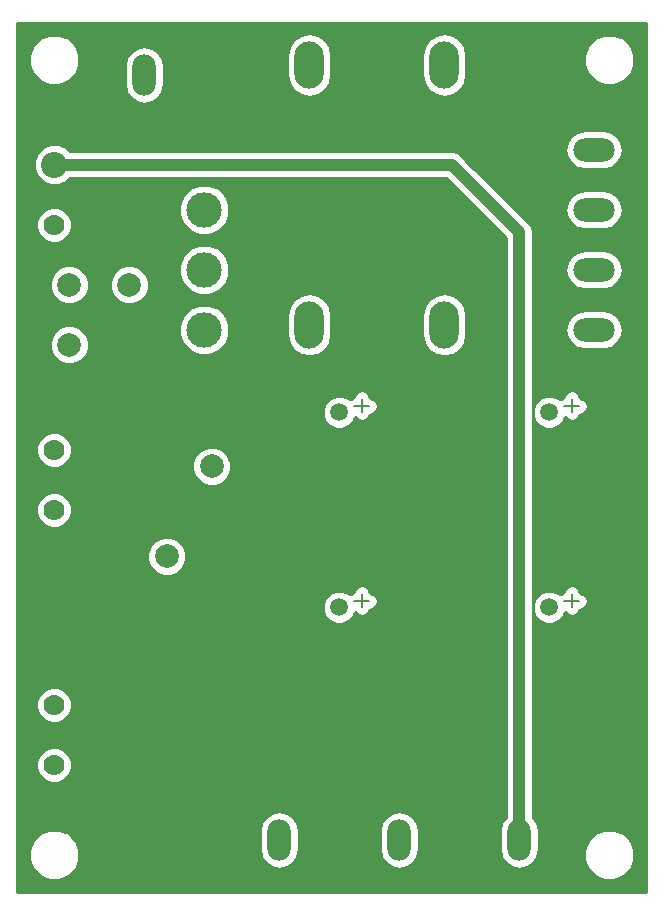
<source format=gbr>
G04 #@! TF.FileFunction,Copper,L1,Top,Signal*
%FSLAX46Y46*%
G04 Gerber Fmt 4.6, Leading zero omitted, Abs format (unit mm)*
G04 Created by KiCad (PCBNEW (after 2015-mar-04 BZR unknown)-product) date Wed 02 Nov 2016 01:14:15 AM CET*
%MOMM*%
G01*
G04 APERTURE LIST*
%ADD10C,0.100000*%
%ADD11C,0.150000*%
%ADD12C,0.970000*%
%ADD13C,1.778000*%
%ADD14R,1.778000X1.778000*%
%ADD15C,2.200000*%
%ADD16O,2.499360X4.000500*%
%ADD17O,3.500120X1.998980*%
%ADD18O,1.998980X3.500120*%
%ADD19C,1.998980*%
%ADD20C,1.501140*%
%ADD21C,3.000000*%
%ADD22C,2.000000*%
%ADD23C,1.000000*%
%ADD24C,0.254000*%
G04 APERTURE END LIST*
D10*
D11*
X58420000Y-43307000D02*
X57150000Y-43307000D01*
X57785000Y-42672000D02*
X57785000Y-43815000D01*
X58420000Y-59817000D02*
X57150000Y-59817000D01*
X57785000Y-59182000D02*
X57785000Y-60325000D01*
X40640000Y-43307000D02*
X39370000Y-43307000D01*
X40005000Y-42672000D02*
X40005000Y-43815000D01*
X40640000Y-59817000D02*
X39370000Y-59817000D01*
X40005000Y-59182000D02*
X40005000Y-60325000D01*
D12*
X23495000Y-26670000D03*
X23495000Y-24765000D03*
X28575000Y-50800000D03*
X30480000Y-50800000D03*
X32385000Y-50800000D03*
X34290000Y-50800000D03*
X35560000Y-49530000D03*
X36830000Y-48260000D03*
X38100000Y-46990000D03*
X39370000Y-45720000D03*
X25400000Y-53340000D03*
X27305000Y-53340000D03*
X29210000Y-53340000D03*
X31115000Y-53340000D03*
X41275000Y-62230000D03*
X43180000Y-62230000D03*
X45085000Y-62230000D03*
X46990000Y-62230000D03*
X46990000Y-58420000D03*
X45085000Y-58420000D03*
X43180000Y-58420000D03*
X41275000Y-58420000D03*
X51435000Y-66675000D03*
X50165000Y-67945000D03*
X48895000Y-69215000D03*
X47625000Y-70485000D03*
X39370000Y-76835000D03*
X37465000Y-76835000D03*
X41275000Y-73025000D03*
X39370000Y-73025000D03*
X37465000Y-73025000D03*
X24130000Y-79375000D03*
X22225000Y-79375000D03*
X20320000Y-79375000D03*
X18415000Y-79375000D03*
X27305000Y-74295000D03*
X25400000Y-74295000D03*
X28575000Y-70485000D03*
X26670000Y-70485000D03*
X13335000Y-62230000D03*
X13335000Y-64135000D03*
X13335000Y-66040000D03*
X13335000Y-66040000D03*
X13335000Y-64135000D03*
X13335000Y-62230000D03*
X13335000Y-62230000D03*
X13335000Y-64135000D03*
X13335000Y-66040000D03*
X13335000Y-66040000D03*
X13335000Y-64135000D03*
X13335000Y-62230000D03*
X13335000Y-60325000D03*
X13335000Y-58420000D03*
X11430000Y-56515000D03*
X13335000Y-56515000D03*
X13335000Y-54610000D03*
X11430000Y-54610000D03*
X11430000Y-52705000D03*
X11430000Y-50800000D03*
X11430000Y-48895000D03*
X11430000Y-46990000D03*
X24765000Y-59055000D03*
X31115000Y-59055000D03*
X22860000Y-59055000D03*
X29210000Y-59055000D03*
X27305000Y-59055000D03*
X23495000Y-41275000D03*
X22225000Y-39370000D03*
X24130000Y-39370000D03*
X45085000Y-24765000D03*
X43180000Y-24765000D03*
X41275000Y-24765000D03*
X39370000Y-24765000D03*
X37465000Y-24765000D03*
X35560000Y-24765000D03*
X33655000Y-24765000D03*
X31750000Y-24765000D03*
X11430000Y-27940000D03*
X11430000Y-22860000D03*
X11430000Y-25400000D03*
X19685000Y-26670000D03*
X21590000Y-26670000D03*
X21590000Y-24765000D03*
X19685000Y-24765000D03*
X29845000Y-43180000D03*
X29845000Y-41275000D03*
X33655000Y-41275000D03*
X31750000Y-41275000D03*
X31750000Y-43180000D03*
D13*
X13970000Y-73660000D03*
D14*
X13970000Y-71120000D03*
D13*
X13970000Y-68580000D03*
X13970000Y-52070000D03*
D14*
X13970000Y-49530000D03*
D13*
X13970000Y-46990000D03*
X13970000Y-27940000D03*
D14*
X13970000Y-25400000D03*
D15*
X13970000Y-22860000D03*
D16*
X46990000Y-36400740D03*
X46990000Y-14399260D03*
X35560000Y-36400740D03*
X35560000Y-14399260D03*
D17*
X59690000Y-26670000D03*
X59690000Y-21590000D03*
X59690000Y-36830000D03*
X59690000Y-31750000D03*
D18*
X27940000Y-80010000D03*
X33020000Y-80010000D03*
X38100000Y-80010000D03*
X43180000Y-80010000D03*
X48260000Y-80010000D03*
X53340000Y-80010000D03*
X26670000Y-15240000D03*
X21590000Y-15240000D03*
D19*
X27305000Y-48380000D03*
X27305000Y-63380000D03*
X23495000Y-56000000D03*
X23495000Y-71000000D03*
D20*
X55880000Y-51435000D03*
X55880000Y-43815000D03*
X55880000Y-67945000D03*
X55880000Y-60325000D03*
X38100000Y-51435000D03*
X38100000Y-43815000D03*
X38100000Y-67945000D03*
X38100000Y-60325000D03*
D21*
X26670000Y-26670000D03*
X26670000Y-36830000D03*
X26670000Y-31750000D03*
X26670000Y-41910000D03*
D22*
X20320000Y-38100000D03*
X20320000Y-33020000D03*
X15240000Y-33020000D03*
X15240000Y-38100000D03*
D23*
X23495000Y-55880000D02*
X23495000Y-56000000D01*
X13970000Y-22860000D02*
X47625000Y-22860000D01*
X53340000Y-28575000D02*
X53340000Y-80010000D01*
X47625000Y-22860000D02*
X53340000Y-28575000D01*
D24*
G36*
X64085000Y-84405000D02*
X63095240Y-84405000D01*
X63095240Y-80857211D01*
X63095240Y-13547211D01*
X62770910Y-12762273D01*
X62170886Y-12161200D01*
X61386515Y-11835501D01*
X60537211Y-11834760D01*
X59752273Y-12159090D01*
X59151200Y-12759114D01*
X58825501Y-13543485D01*
X58824760Y-14392789D01*
X59149090Y-15177727D01*
X59749114Y-15778800D01*
X60533485Y-16104499D01*
X61382789Y-16105240D01*
X62167727Y-15780910D01*
X62768800Y-15180886D01*
X63094499Y-14396515D01*
X63095240Y-13547211D01*
X63095240Y-80857211D01*
X62770910Y-80072273D01*
X62170886Y-79471200D01*
X62121786Y-79450811D01*
X62121786Y-36830000D01*
X62121786Y-31750000D01*
X62121786Y-26670000D01*
X62121786Y-21590000D01*
X61997368Y-20964508D01*
X61643055Y-20434241D01*
X61112788Y-20079928D01*
X60487296Y-19955510D01*
X58892704Y-19955510D01*
X58267212Y-20079928D01*
X57736945Y-20434241D01*
X57382632Y-20964508D01*
X57258214Y-21590000D01*
X57382632Y-22215492D01*
X57736945Y-22745759D01*
X58267212Y-23100072D01*
X58892704Y-23224490D01*
X60487296Y-23224490D01*
X61112788Y-23100072D01*
X61643055Y-22745759D01*
X61997368Y-22215492D01*
X62121786Y-21590000D01*
X62121786Y-26670000D01*
X61997368Y-26044508D01*
X61643055Y-25514241D01*
X61112788Y-25159928D01*
X60487296Y-25035510D01*
X58892704Y-25035510D01*
X58267212Y-25159928D01*
X57736945Y-25514241D01*
X57382632Y-26044508D01*
X57258214Y-26670000D01*
X57382632Y-27295492D01*
X57736945Y-27825759D01*
X58267212Y-28180072D01*
X58892704Y-28304490D01*
X60487296Y-28304490D01*
X61112788Y-28180072D01*
X61643055Y-27825759D01*
X61997368Y-27295492D01*
X62121786Y-26670000D01*
X62121786Y-31750000D01*
X61997368Y-31124508D01*
X61643055Y-30594241D01*
X61112788Y-30239928D01*
X60487296Y-30115510D01*
X58892704Y-30115510D01*
X58267212Y-30239928D01*
X57736945Y-30594241D01*
X57382632Y-31124508D01*
X57258214Y-31750000D01*
X57382632Y-32375492D01*
X57736945Y-32905759D01*
X58267212Y-33260072D01*
X58892704Y-33384490D01*
X60487296Y-33384490D01*
X61112788Y-33260072D01*
X61643055Y-32905759D01*
X61997368Y-32375492D01*
X62121786Y-31750000D01*
X62121786Y-36830000D01*
X61997368Y-36204508D01*
X61643055Y-35674241D01*
X61112788Y-35319928D01*
X60487296Y-35195510D01*
X58892704Y-35195510D01*
X58267212Y-35319928D01*
X57736945Y-35674241D01*
X57382632Y-36204508D01*
X57258214Y-36830000D01*
X57382632Y-37455492D01*
X57736945Y-37985759D01*
X58267212Y-38340072D01*
X58892704Y-38464490D01*
X60487296Y-38464490D01*
X61112788Y-38340072D01*
X61643055Y-37985759D01*
X61997368Y-37455492D01*
X62121786Y-36830000D01*
X62121786Y-79450811D01*
X61386515Y-79145501D01*
X60537211Y-79144760D01*
X59752273Y-79469090D01*
X59151200Y-80069114D01*
X59130000Y-80120169D01*
X59130000Y-59817000D01*
X59130000Y-43307000D01*
X59075954Y-43035295D01*
X58922046Y-42804954D01*
X58691705Y-42651046D01*
X58482556Y-42609443D01*
X58440954Y-42400295D01*
X58287046Y-42169954D01*
X58056705Y-42016046D01*
X57785000Y-41962000D01*
X57513295Y-42016046D01*
X57282954Y-42169954D01*
X57129046Y-42400295D01*
X57087443Y-42609443D01*
X56878295Y-42651046D01*
X56756858Y-42732186D01*
X56665887Y-42641056D01*
X56156816Y-42429671D01*
X55605602Y-42429190D01*
X55096163Y-42639686D01*
X54706056Y-43029113D01*
X54494671Y-43538184D01*
X54494190Y-44089398D01*
X54704686Y-44598837D01*
X55094113Y-44988944D01*
X55603184Y-45200329D01*
X56154398Y-45200810D01*
X56663837Y-44990314D01*
X57053944Y-44600887D01*
X57214404Y-44214454D01*
X57282954Y-44317046D01*
X57513295Y-44470954D01*
X57785000Y-44525000D01*
X58056705Y-44470954D01*
X58287046Y-44317046D01*
X58440954Y-44086705D01*
X58456253Y-44009788D01*
X58691705Y-43962954D01*
X58922046Y-43809046D01*
X59075954Y-43578705D01*
X59130000Y-43307000D01*
X59130000Y-59817000D01*
X59075954Y-59545295D01*
X58922046Y-59314954D01*
X58691705Y-59161046D01*
X58482556Y-59119443D01*
X58440954Y-58910295D01*
X58287046Y-58679954D01*
X58056705Y-58526046D01*
X57785000Y-58472000D01*
X57513295Y-58526046D01*
X57282954Y-58679954D01*
X57129046Y-58910295D01*
X57087443Y-59119443D01*
X56878295Y-59161046D01*
X56756858Y-59242186D01*
X56665887Y-59151056D01*
X56156816Y-58939671D01*
X55605602Y-58939190D01*
X55096163Y-59149686D01*
X54706056Y-59539113D01*
X54494671Y-60048184D01*
X54494190Y-60599398D01*
X54704686Y-61108837D01*
X55094113Y-61498944D01*
X55603184Y-61710329D01*
X56154398Y-61710810D01*
X56663837Y-61500314D01*
X57053944Y-61110887D01*
X57214404Y-60724454D01*
X57282954Y-60827046D01*
X57513295Y-60980954D01*
X57785000Y-61035000D01*
X58056705Y-60980954D01*
X58287046Y-60827046D01*
X58440954Y-60596705D01*
X58456253Y-60519788D01*
X58691705Y-60472954D01*
X58922046Y-60319046D01*
X59075954Y-60088705D01*
X59130000Y-59817000D01*
X59130000Y-80120169D01*
X58825501Y-80853485D01*
X58824760Y-81702789D01*
X59149090Y-82487727D01*
X59749114Y-83088800D01*
X60533485Y-83414499D01*
X61382789Y-83415240D01*
X62167727Y-83090910D01*
X62768800Y-82490886D01*
X63094499Y-81706515D01*
X63095240Y-80857211D01*
X63095240Y-84405000D01*
X54974490Y-84405000D01*
X54974490Y-80807296D01*
X54974490Y-79212704D01*
X54850072Y-78587212D01*
X54495759Y-78056945D01*
X54475000Y-78043074D01*
X54475000Y-28575000D01*
X54388604Y-28140655D01*
X54388603Y-28140654D01*
X54142567Y-27772434D01*
X48874680Y-22504547D01*
X48874680Y-15201458D01*
X48874680Y-13597062D01*
X48731217Y-12875826D01*
X48322670Y-12264392D01*
X47711236Y-11855845D01*
X46990000Y-11712382D01*
X46268764Y-11855845D01*
X45657330Y-12264392D01*
X45248783Y-12875826D01*
X45105320Y-13597062D01*
X45105320Y-15201458D01*
X45248783Y-15922694D01*
X45657330Y-16534128D01*
X46268764Y-16942675D01*
X46990000Y-17086138D01*
X47711236Y-16942675D01*
X48322670Y-16534128D01*
X48731217Y-15922694D01*
X48874680Y-15201458D01*
X48874680Y-22504547D01*
X48427566Y-22057434D01*
X48059346Y-21811397D01*
X47625000Y-21725000D01*
X37444680Y-21725000D01*
X37444680Y-15201458D01*
X37444680Y-13597062D01*
X37301217Y-12875826D01*
X36892670Y-12264392D01*
X36281236Y-11855845D01*
X35560000Y-11712382D01*
X34838764Y-11855845D01*
X34227330Y-12264392D01*
X33818783Y-12875826D01*
X33675320Y-13597062D01*
X33675320Y-15201458D01*
X33818783Y-15922694D01*
X34227330Y-16534128D01*
X34838764Y-16942675D01*
X35560000Y-17086138D01*
X36281236Y-16942675D01*
X36892670Y-16534128D01*
X37301217Y-15922694D01*
X37444680Y-15201458D01*
X37444680Y-21725000D01*
X23224490Y-21725000D01*
X23224490Y-16037296D01*
X23224490Y-14442704D01*
X23100072Y-13817212D01*
X22745759Y-13286945D01*
X22215492Y-12932632D01*
X21590000Y-12808214D01*
X20964508Y-12932632D01*
X20434241Y-13286945D01*
X20079928Y-13817212D01*
X19955510Y-14442704D01*
X19955510Y-16037296D01*
X20079928Y-16662788D01*
X20434241Y-17193055D01*
X20964508Y-17547368D01*
X21590000Y-17671786D01*
X22215492Y-17547368D01*
X22745759Y-17193055D01*
X23100072Y-16662788D01*
X23224490Y-16037296D01*
X23224490Y-21725000D01*
X16105240Y-21725000D01*
X16105240Y-13547211D01*
X15780910Y-12762273D01*
X15180886Y-12161200D01*
X14396515Y-11835501D01*
X13547211Y-11834760D01*
X12762273Y-12159090D01*
X12161200Y-12759114D01*
X11835501Y-13543485D01*
X11834760Y-14392789D01*
X12159090Y-15177727D01*
X12759114Y-15778800D01*
X13543485Y-16104499D01*
X14392789Y-16105240D01*
X15177727Y-15780910D01*
X15778800Y-15180886D01*
X16104499Y-14396515D01*
X16105240Y-13547211D01*
X16105240Y-21725000D01*
X15288501Y-21725000D01*
X14954082Y-21389996D01*
X14316627Y-21125301D01*
X13626401Y-21124699D01*
X12988485Y-21388281D01*
X12499996Y-21875918D01*
X12235301Y-22513373D01*
X12234699Y-23203599D01*
X12498281Y-23841515D01*
X12985918Y-24330004D01*
X13623373Y-24594699D01*
X14313599Y-24595301D01*
X14951515Y-24331719D01*
X15288822Y-23995000D01*
X47154867Y-23995000D01*
X52205000Y-29045132D01*
X52205000Y-78043074D01*
X52184241Y-78056945D01*
X51829928Y-78587212D01*
X51705510Y-79212704D01*
X51705510Y-80807296D01*
X51829928Y-81432788D01*
X52184241Y-81963055D01*
X52714508Y-82317368D01*
X53340000Y-82441786D01*
X53965492Y-82317368D01*
X54495759Y-81963055D01*
X54850072Y-81432788D01*
X54974490Y-80807296D01*
X54974490Y-84405000D01*
X48874680Y-84405000D01*
X48874680Y-37202938D01*
X48874680Y-35598542D01*
X48731217Y-34877306D01*
X48322670Y-34265872D01*
X47711236Y-33857325D01*
X46990000Y-33713862D01*
X46268764Y-33857325D01*
X45657330Y-34265872D01*
X45248783Y-34877306D01*
X45105320Y-35598542D01*
X45105320Y-37202938D01*
X45248783Y-37924174D01*
X45657330Y-38535608D01*
X46268764Y-38944155D01*
X46990000Y-39087618D01*
X47711236Y-38944155D01*
X48322670Y-38535608D01*
X48731217Y-37924174D01*
X48874680Y-37202938D01*
X48874680Y-84405000D01*
X44814490Y-84405000D01*
X44814490Y-80807296D01*
X44814490Y-79212704D01*
X44690072Y-78587212D01*
X44335759Y-78056945D01*
X43805492Y-77702632D01*
X43180000Y-77578214D01*
X42554508Y-77702632D01*
X42024241Y-78056945D01*
X41669928Y-78587212D01*
X41545510Y-79212704D01*
X41545510Y-80807296D01*
X41669928Y-81432788D01*
X42024241Y-81963055D01*
X42554508Y-82317368D01*
X43180000Y-82441786D01*
X43805492Y-82317368D01*
X44335759Y-81963055D01*
X44690072Y-81432788D01*
X44814490Y-80807296D01*
X44814490Y-84405000D01*
X41350000Y-84405000D01*
X41350000Y-59817000D01*
X41350000Y-43307000D01*
X41295954Y-43035295D01*
X41142046Y-42804954D01*
X40911705Y-42651046D01*
X40702556Y-42609443D01*
X40660954Y-42400295D01*
X40507046Y-42169954D01*
X40276705Y-42016046D01*
X40005000Y-41962000D01*
X39733295Y-42016046D01*
X39502954Y-42169954D01*
X39349046Y-42400295D01*
X39307443Y-42609443D01*
X39098295Y-42651046D01*
X38976858Y-42732186D01*
X38885887Y-42641056D01*
X38376816Y-42429671D01*
X37825602Y-42429190D01*
X37444680Y-42586583D01*
X37444680Y-37202938D01*
X37444680Y-35598542D01*
X37301217Y-34877306D01*
X36892670Y-34265872D01*
X36281236Y-33857325D01*
X35560000Y-33713862D01*
X34838764Y-33857325D01*
X34227330Y-34265872D01*
X33818783Y-34877306D01*
X33675320Y-35598542D01*
X33675320Y-37202938D01*
X33818783Y-37924174D01*
X34227330Y-38535608D01*
X34838764Y-38944155D01*
X35560000Y-39087618D01*
X36281236Y-38944155D01*
X36892670Y-38535608D01*
X37301217Y-37924174D01*
X37444680Y-37202938D01*
X37444680Y-42586583D01*
X37316163Y-42639686D01*
X36926056Y-43029113D01*
X36714671Y-43538184D01*
X36714190Y-44089398D01*
X36924686Y-44598837D01*
X37314113Y-44988944D01*
X37823184Y-45200329D01*
X38374398Y-45200810D01*
X38883837Y-44990314D01*
X39273944Y-44600887D01*
X39434404Y-44214454D01*
X39502954Y-44317046D01*
X39733295Y-44470954D01*
X40005000Y-44525000D01*
X40276705Y-44470954D01*
X40507046Y-44317046D01*
X40660954Y-44086705D01*
X40676253Y-44009788D01*
X40911705Y-43962954D01*
X41142046Y-43809046D01*
X41295954Y-43578705D01*
X41350000Y-43307000D01*
X41350000Y-59817000D01*
X41295954Y-59545295D01*
X41142046Y-59314954D01*
X40911705Y-59161046D01*
X40702556Y-59119443D01*
X40660954Y-58910295D01*
X40507046Y-58679954D01*
X40276705Y-58526046D01*
X40005000Y-58472000D01*
X39733295Y-58526046D01*
X39502954Y-58679954D01*
X39349046Y-58910295D01*
X39307443Y-59119443D01*
X39098295Y-59161046D01*
X38976858Y-59242186D01*
X38885887Y-59151056D01*
X38376816Y-58939671D01*
X37825602Y-58939190D01*
X37316163Y-59149686D01*
X36926056Y-59539113D01*
X36714671Y-60048184D01*
X36714190Y-60599398D01*
X36924686Y-61108837D01*
X37314113Y-61498944D01*
X37823184Y-61710329D01*
X38374398Y-61710810D01*
X38883837Y-61500314D01*
X39273944Y-61110887D01*
X39434404Y-60724454D01*
X39502954Y-60827046D01*
X39733295Y-60980954D01*
X40005000Y-61035000D01*
X40276705Y-60980954D01*
X40507046Y-60827046D01*
X40660954Y-60596705D01*
X40676253Y-60519788D01*
X40911705Y-60472954D01*
X41142046Y-60319046D01*
X41295954Y-60088705D01*
X41350000Y-59817000D01*
X41350000Y-84405000D01*
X34654490Y-84405000D01*
X34654490Y-80807296D01*
X34654490Y-79212704D01*
X34530072Y-78587212D01*
X34175759Y-78056945D01*
X33645492Y-77702632D01*
X33020000Y-77578214D01*
X32394508Y-77702632D01*
X31864241Y-78056945D01*
X31509928Y-78587212D01*
X31385510Y-79212704D01*
X31385510Y-80807296D01*
X31509928Y-81432788D01*
X31864241Y-81963055D01*
X32394508Y-82317368D01*
X33020000Y-82441786D01*
X33645492Y-82317368D01*
X34175759Y-81963055D01*
X34530072Y-81432788D01*
X34654490Y-80807296D01*
X34654490Y-84405000D01*
X28939774Y-84405000D01*
X28939774Y-48056306D01*
X28805370Y-47731023D01*
X28805370Y-36407185D01*
X28805370Y-31327185D01*
X28805370Y-26247185D01*
X28481020Y-25462200D01*
X27880959Y-24861091D01*
X27096541Y-24535372D01*
X26247185Y-24534630D01*
X25462200Y-24858980D01*
X24861091Y-25459041D01*
X24535372Y-26243459D01*
X24534630Y-27092815D01*
X24858980Y-27877800D01*
X25459041Y-28478909D01*
X26243459Y-28804628D01*
X27092815Y-28805370D01*
X27877800Y-28481020D01*
X28478909Y-27880959D01*
X28804628Y-27096541D01*
X28805370Y-26247185D01*
X28805370Y-31327185D01*
X28481020Y-30542200D01*
X27880959Y-29941091D01*
X27096541Y-29615372D01*
X26247185Y-29614630D01*
X25462200Y-29938980D01*
X24861091Y-30539041D01*
X24535372Y-31323459D01*
X24534630Y-32172815D01*
X24858980Y-32957800D01*
X25459041Y-33558909D01*
X26243459Y-33884628D01*
X27092815Y-33885370D01*
X27877800Y-33561020D01*
X28478909Y-32960959D01*
X28804628Y-32176541D01*
X28805370Y-31327185D01*
X28805370Y-36407185D01*
X28481020Y-35622200D01*
X27880959Y-35021091D01*
X27096541Y-34695372D01*
X26247185Y-34694630D01*
X25462200Y-35018980D01*
X24861091Y-35619041D01*
X24535372Y-36403459D01*
X24534630Y-37252815D01*
X24858980Y-38037800D01*
X25459041Y-38638909D01*
X26243459Y-38964628D01*
X27092815Y-38965370D01*
X27877800Y-38641020D01*
X28478909Y-38040959D01*
X28804628Y-37256541D01*
X28805370Y-36407185D01*
X28805370Y-47731023D01*
X28691462Y-47455345D01*
X28232073Y-46995154D01*
X27631547Y-46745794D01*
X26981306Y-46745226D01*
X26380345Y-46993538D01*
X25920154Y-47452927D01*
X25670794Y-48053453D01*
X25670226Y-48703694D01*
X25918538Y-49304655D01*
X26377927Y-49764846D01*
X26978453Y-50014206D01*
X27628694Y-50014774D01*
X28229655Y-49766462D01*
X28689846Y-49307073D01*
X28939206Y-48706547D01*
X28939774Y-48056306D01*
X28939774Y-84405000D01*
X25129774Y-84405000D01*
X25129774Y-55676306D01*
X24881462Y-55075345D01*
X24422073Y-54615154D01*
X23821547Y-54365794D01*
X23171306Y-54365226D01*
X22570345Y-54613538D01*
X22110154Y-55072927D01*
X21955284Y-55445895D01*
X21955284Y-32696205D01*
X21706894Y-32095057D01*
X21247363Y-31634722D01*
X20646648Y-31385284D01*
X19996205Y-31384716D01*
X19395057Y-31633106D01*
X18934722Y-32092637D01*
X18685284Y-32693352D01*
X18684716Y-33343795D01*
X18933106Y-33944943D01*
X19392637Y-34405278D01*
X19993352Y-34654716D01*
X20643795Y-34655284D01*
X21244943Y-34406894D01*
X21705278Y-33947363D01*
X21954716Y-33346648D01*
X21955284Y-32696205D01*
X21955284Y-55445895D01*
X21860794Y-55673453D01*
X21860226Y-56323694D01*
X22108538Y-56924655D01*
X22567927Y-57384846D01*
X23168453Y-57634206D01*
X23818694Y-57634774D01*
X24419655Y-57386462D01*
X24879846Y-56927073D01*
X25129206Y-56326547D01*
X25129774Y-55676306D01*
X25129774Y-84405000D01*
X16875284Y-84405000D01*
X16875284Y-37776205D01*
X16875284Y-32696205D01*
X16626894Y-32095057D01*
X16167363Y-31634722D01*
X15566648Y-31385284D01*
X15494264Y-31385220D01*
X15494264Y-27638188D01*
X15262738Y-27077851D01*
X14834404Y-26648769D01*
X14274472Y-26416265D01*
X13668188Y-26415736D01*
X13107851Y-26647262D01*
X12678769Y-27075596D01*
X12446265Y-27635528D01*
X12445736Y-28241812D01*
X12677262Y-28802149D01*
X13105596Y-29231231D01*
X13665528Y-29463735D01*
X14271812Y-29464264D01*
X14832149Y-29232738D01*
X15261231Y-28804404D01*
X15493735Y-28244472D01*
X15494264Y-27638188D01*
X15494264Y-31385220D01*
X14916205Y-31384716D01*
X14315057Y-31633106D01*
X13854722Y-32092637D01*
X13605284Y-32693352D01*
X13604716Y-33343795D01*
X13853106Y-33944943D01*
X14312637Y-34405278D01*
X14913352Y-34654716D01*
X15563795Y-34655284D01*
X16164943Y-34406894D01*
X16625278Y-33947363D01*
X16874716Y-33346648D01*
X16875284Y-32696205D01*
X16875284Y-37776205D01*
X16626894Y-37175057D01*
X16167363Y-36714722D01*
X15566648Y-36465284D01*
X14916205Y-36464716D01*
X14315057Y-36713106D01*
X13854722Y-37172637D01*
X13605284Y-37773352D01*
X13604716Y-38423795D01*
X13853106Y-39024943D01*
X14312637Y-39485278D01*
X14913352Y-39734716D01*
X15563795Y-39735284D01*
X16164943Y-39486894D01*
X16625278Y-39027363D01*
X16874716Y-38426648D01*
X16875284Y-37776205D01*
X16875284Y-84405000D01*
X16105240Y-84405000D01*
X16105240Y-80857211D01*
X15780910Y-80072273D01*
X15494264Y-79785125D01*
X15494264Y-73358188D01*
X15494264Y-68278188D01*
X15494264Y-51768188D01*
X15494264Y-46688188D01*
X15262738Y-46127851D01*
X14834404Y-45698769D01*
X14274472Y-45466265D01*
X13668188Y-45465736D01*
X13107851Y-45697262D01*
X12678769Y-46125596D01*
X12446265Y-46685528D01*
X12445736Y-47291812D01*
X12677262Y-47852149D01*
X13105596Y-48281231D01*
X13665528Y-48513735D01*
X14271812Y-48514264D01*
X14832149Y-48282738D01*
X15261231Y-47854404D01*
X15493735Y-47294472D01*
X15494264Y-46688188D01*
X15494264Y-51768188D01*
X15262738Y-51207851D01*
X14834404Y-50778769D01*
X14274472Y-50546265D01*
X13668188Y-50545736D01*
X13107851Y-50777262D01*
X12678769Y-51205596D01*
X12446265Y-51765528D01*
X12445736Y-52371812D01*
X12677262Y-52932149D01*
X13105596Y-53361231D01*
X13665528Y-53593735D01*
X14271812Y-53594264D01*
X14832149Y-53362738D01*
X15261231Y-52934404D01*
X15493735Y-52374472D01*
X15494264Y-51768188D01*
X15494264Y-68278188D01*
X15262738Y-67717851D01*
X14834404Y-67288769D01*
X14274472Y-67056265D01*
X13668188Y-67055736D01*
X13107851Y-67287262D01*
X12678769Y-67715596D01*
X12446265Y-68275528D01*
X12445736Y-68881812D01*
X12677262Y-69442149D01*
X13105596Y-69871231D01*
X13665528Y-70103735D01*
X14271812Y-70104264D01*
X14832149Y-69872738D01*
X15261231Y-69444404D01*
X15493735Y-68884472D01*
X15494264Y-68278188D01*
X15494264Y-73358188D01*
X15262738Y-72797851D01*
X14834404Y-72368769D01*
X14274472Y-72136265D01*
X13668188Y-72135736D01*
X13107851Y-72367262D01*
X12678769Y-72795596D01*
X12446265Y-73355528D01*
X12445736Y-73961812D01*
X12677262Y-74522149D01*
X13105596Y-74951231D01*
X13665528Y-75183735D01*
X14271812Y-75184264D01*
X14832149Y-74952738D01*
X15261231Y-74524404D01*
X15493735Y-73964472D01*
X15494264Y-73358188D01*
X15494264Y-79785125D01*
X15180886Y-79471200D01*
X14396515Y-79145501D01*
X13547211Y-79144760D01*
X12762273Y-79469090D01*
X12161200Y-80069114D01*
X11835501Y-80853485D01*
X11834760Y-81702789D01*
X12159090Y-82487727D01*
X12759114Y-83088800D01*
X13543485Y-83414499D01*
X14392789Y-83415240D01*
X15177727Y-83090910D01*
X15778800Y-82490886D01*
X16104499Y-81706515D01*
X16105240Y-80857211D01*
X16105240Y-84405000D01*
X10845000Y-84405000D01*
X10845000Y-10845000D01*
X64085000Y-10845000D01*
X64085000Y-84405000D01*
X64085000Y-84405000D01*
G37*
X64085000Y-84405000D02*
X63095240Y-84405000D01*
X63095240Y-80857211D01*
X63095240Y-13547211D01*
X62770910Y-12762273D01*
X62170886Y-12161200D01*
X61386515Y-11835501D01*
X60537211Y-11834760D01*
X59752273Y-12159090D01*
X59151200Y-12759114D01*
X58825501Y-13543485D01*
X58824760Y-14392789D01*
X59149090Y-15177727D01*
X59749114Y-15778800D01*
X60533485Y-16104499D01*
X61382789Y-16105240D01*
X62167727Y-15780910D01*
X62768800Y-15180886D01*
X63094499Y-14396515D01*
X63095240Y-13547211D01*
X63095240Y-80857211D01*
X62770910Y-80072273D01*
X62170886Y-79471200D01*
X62121786Y-79450811D01*
X62121786Y-36830000D01*
X62121786Y-31750000D01*
X62121786Y-26670000D01*
X62121786Y-21590000D01*
X61997368Y-20964508D01*
X61643055Y-20434241D01*
X61112788Y-20079928D01*
X60487296Y-19955510D01*
X58892704Y-19955510D01*
X58267212Y-20079928D01*
X57736945Y-20434241D01*
X57382632Y-20964508D01*
X57258214Y-21590000D01*
X57382632Y-22215492D01*
X57736945Y-22745759D01*
X58267212Y-23100072D01*
X58892704Y-23224490D01*
X60487296Y-23224490D01*
X61112788Y-23100072D01*
X61643055Y-22745759D01*
X61997368Y-22215492D01*
X62121786Y-21590000D01*
X62121786Y-26670000D01*
X61997368Y-26044508D01*
X61643055Y-25514241D01*
X61112788Y-25159928D01*
X60487296Y-25035510D01*
X58892704Y-25035510D01*
X58267212Y-25159928D01*
X57736945Y-25514241D01*
X57382632Y-26044508D01*
X57258214Y-26670000D01*
X57382632Y-27295492D01*
X57736945Y-27825759D01*
X58267212Y-28180072D01*
X58892704Y-28304490D01*
X60487296Y-28304490D01*
X61112788Y-28180072D01*
X61643055Y-27825759D01*
X61997368Y-27295492D01*
X62121786Y-26670000D01*
X62121786Y-31750000D01*
X61997368Y-31124508D01*
X61643055Y-30594241D01*
X61112788Y-30239928D01*
X60487296Y-30115510D01*
X58892704Y-30115510D01*
X58267212Y-30239928D01*
X57736945Y-30594241D01*
X57382632Y-31124508D01*
X57258214Y-31750000D01*
X57382632Y-32375492D01*
X57736945Y-32905759D01*
X58267212Y-33260072D01*
X58892704Y-33384490D01*
X60487296Y-33384490D01*
X61112788Y-33260072D01*
X61643055Y-32905759D01*
X61997368Y-32375492D01*
X62121786Y-31750000D01*
X62121786Y-36830000D01*
X61997368Y-36204508D01*
X61643055Y-35674241D01*
X61112788Y-35319928D01*
X60487296Y-35195510D01*
X58892704Y-35195510D01*
X58267212Y-35319928D01*
X57736945Y-35674241D01*
X57382632Y-36204508D01*
X57258214Y-36830000D01*
X57382632Y-37455492D01*
X57736945Y-37985759D01*
X58267212Y-38340072D01*
X58892704Y-38464490D01*
X60487296Y-38464490D01*
X61112788Y-38340072D01*
X61643055Y-37985759D01*
X61997368Y-37455492D01*
X62121786Y-36830000D01*
X62121786Y-79450811D01*
X61386515Y-79145501D01*
X60537211Y-79144760D01*
X59752273Y-79469090D01*
X59151200Y-80069114D01*
X59130000Y-80120169D01*
X59130000Y-59817000D01*
X59130000Y-43307000D01*
X59075954Y-43035295D01*
X58922046Y-42804954D01*
X58691705Y-42651046D01*
X58482556Y-42609443D01*
X58440954Y-42400295D01*
X58287046Y-42169954D01*
X58056705Y-42016046D01*
X57785000Y-41962000D01*
X57513295Y-42016046D01*
X57282954Y-42169954D01*
X57129046Y-42400295D01*
X57087443Y-42609443D01*
X56878295Y-42651046D01*
X56756858Y-42732186D01*
X56665887Y-42641056D01*
X56156816Y-42429671D01*
X55605602Y-42429190D01*
X55096163Y-42639686D01*
X54706056Y-43029113D01*
X54494671Y-43538184D01*
X54494190Y-44089398D01*
X54704686Y-44598837D01*
X55094113Y-44988944D01*
X55603184Y-45200329D01*
X56154398Y-45200810D01*
X56663837Y-44990314D01*
X57053944Y-44600887D01*
X57214404Y-44214454D01*
X57282954Y-44317046D01*
X57513295Y-44470954D01*
X57785000Y-44525000D01*
X58056705Y-44470954D01*
X58287046Y-44317046D01*
X58440954Y-44086705D01*
X58456253Y-44009788D01*
X58691705Y-43962954D01*
X58922046Y-43809046D01*
X59075954Y-43578705D01*
X59130000Y-43307000D01*
X59130000Y-59817000D01*
X59075954Y-59545295D01*
X58922046Y-59314954D01*
X58691705Y-59161046D01*
X58482556Y-59119443D01*
X58440954Y-58910295D01*
X58287046Y-58679954D01*
X58056705Y-58526046D01*
X57785000Y-58472000D01*
X57513295Y-58526046D01*
X57282954Y-58679954D01*
X57129046Y-58910295D01*
X57087443Y-59119443D01*
X56878295Y-59161046D01*
X56756858Y-59242186D01*
X56665887Y-59151056D01*
X56156816Y-58939671D01*
X55605602Y-58939190D01*
X55096163Y-59149686D01*
X54706056Y-59539113D01*
X54494671Y-60048184D01*
X54494190Y-60599398D01*
X54704686Y-61108837D01*
X55094113Y-61498944D01*
X55603184Y-61710329D01*
X56154398Y-61710810D01*
X56663837Y-61500314D01*
X57053944Y-61110887D01*
X57214404Y-60724454D01*
X57282954Y-60827046D01*
X57513295Y-60980954D01*
X57785000Y-61035000D01*
X58056705Y-60980954D01*
X58287046Y-60827046D01*
X58440954Y-60596705D01*
X58456253Y-60519788D01*
X58691705Y-60472954D01*
X58922046Y-60319046D01*
X59075954Y-60088705D01*
X59130000Y-59817000D01*
X59130000Y-80120169D01*
X58825501Y-80853485D01*
X58824760Y-81702789D01*
X59149090Y-82487727D01*
X59749114Y-83088800D01*
X60533485Y-83414499D01*
X61382789Y-83415240D01*
X62167727Y-83090910D01*
X62768800Y-82490886D01*
X63094499Y-81706515D01*
X63095240Y-80857211D01*
X63095240Y-84405000D01*
X54974490Y-84405000D01*
X54974490Y-80807296D01*
X54974490Y-79212704D01*
X54850072Y-78587212D01*
X54495759Y-78056945D01*
X54475000Y-78043074D01*
X54475000Y-28575000D01*
X54388604Y-28140655D01*
X54388603Y-28140654D01*
X54142567Y-27772434D01*
X48874680Y-22504547D01*
X48874680Y-15201458D01*
X48874680Y-13597062D01*
X48731217Y-12875826D01*
X48322670Y-12264392D01*
X47711236Y-11855845D01*
X46990000Y-11712382D01*
X46268764Y-11855845D01*
X45657330Y-12264392D01*
X45248783Y-12875826D01*
X45105320Y-13597062D01*
X45105320Y-15201458D01*
X45248783Y-15922694D01*
X45657330Y-16534128D01*
X46268764Y-16942675D01*
X46990000Y-17086138D01*
X47711236Y-16942675D01*
X48322670Y-16534128D01*
X48731217Y-15922694D01*
X48874680Y-15201458D01*
X48874680Y-22504547D01*
X48427566Y-22057434D01*
X48059346Y-21811397D01*
X47625000Y-21725000D01*
X37444680Y-21725000D01*
X37444680Y-15201458D01*
X37444680Y-13597062D01*
X37301217Y-12875826D01*
X36892670Y-12264392D01*
X36281236Y-11855845D01*
X35560000Y-11712382D01*
X34838764Y-11855845D01*
X34227330Y-12264392D01*
X33818783Y-12875826D01*
X33675320Y-13597062D01*
X33675320Y-15201458D01*
X33818783Y-15922694D01*
X34227330Y-16534128D01*
X34838764Y-16942675D01*
X35560000Y-17086138D01*
X36281236Y-16942675D01*
X36892670Y-16534128D01*
X37301217Y-15922694D01*
X37444680Y-15201458D01*
X37444680Y-21725000D01*
X23224490Y-21725000D01*
X23224490Y-16037296D01*
X23224490Y-14442704D01*
X23100072Y-13817212D01*
X22745759Y-13286945D01*
X22215492Y-12932632D01*
X21590000Y-12808214D01*
X20964508Y-12932632D01*
X20434241Y-13286945D01*
X20079928Y-13817212D01*
X19955510Y-14442704D01*
X19955510Y-16037296D01*
X20079928Y-16662788D01*
X20434241Y-17193055D01*
X20964508Y-17547368D01*
X21590000Y-17671786D01*
X22215492Y-17547368D01*
X22745759Y-17193055D01*
X23100072Y-16662788D01*
X23224490Y-16037296D01*
X23224490Y-21725000D01*
X16105240Y-21725000D01*
X16105240Y-13547211D01*
X15780910Y-12762273D01*
X15180886Y-12161200D01*
X14396515Y-11835501D01*
X13547211Y-11834760D01*
X12762273Y-12159090D01*
X12161200Y-12759114D01*
X11835501Y-13543485D01*
X11834760Y-14392789D01*
X12159090Y-15177727D01*
X12759114Y-15778800D01*
X13543485Y-16104499D01*
X14392789Y-16105240D01*
X15177727Y-15780910D01*
X15778800Y-15180886D01*
X16104499Y-14396515D01*
X16105240Y-13547211D01*
X16105240Y-21725000D01*
X15288501Y-21725000D01*
X14954082Y-21389996D01*
X14316627Y-21125301D01*
X13626401Y-21124699D01*
X12988485Y-21388281D01*
X12499996Y-21875918D01*
X12235301Y-22513373D01*
X12234699Y-23203599D01*
X12498281Y-23841515D01*
X12985918Y-24330004D01*
X13623373Y-24594699D01*
X14313599Y-24595301D01*
X14951515Y-24331719D01*
X15288822Y-23995000D01*
X47154867Y-23995000D01*
X52205000Y-29045132D01*
X52205000Y-78043074D01*
X52184241Y-78056945D01*
X51829928Y-78587212D01*
X51705510Y-79212704D01*
X51705510Y-80807296D01*
X51829928Y-81432788D01*
X52184241Y-81963055D01*
X52714508Y-82317368D01*
X53340000Y-82441786D01*
X53965492Y-82317368D01*
X54495759Y-81963055D01*
X54850072Y-81432788D01*
X54974490Y-80807296D01*
X54974490Y-84405000D01*
X48874680Y-84405000D01*
X48874680Y-37202938D01*
X48874680Y-35598542D01*
X48731217Y-34877306D01*
X48322670Y-34265872D01*
X47711236Y-33857325D01*
X46990000Y-33713862D01*
X46268764Y-33857325D01*
X45657330Y-34265872D01*
X45248783Y-34877306D01*
X45105320Y-35598542D01*
X45105320Y-37202938D01*
X45248783Y-37924174D01*
X45657330Y-38535608D01*
X46268764Y-38944155D01*
X46990000Y-39087618D01*
X47711236Y-38944155D01*
X48322670Y-38535608D01*
X48731217Y-37924174D01*
X48874680Y-37202938D01*
X48874680Y-84405000D01*
X44814490Y-84405000D01*
X44814490Y-80807296D01*
X44814490Y-79212704D01*
X44690072Y-78587212D01*
X44335759Y-78056945D01*
X43805492Y-77702632D01*
X43180000Y-77578214D01*
X42554508Y-77702632D01*
X42024241Y-78056945D01*
X41669928Y-78587212D01*
X41545510Y-79212704D01*
X41545510Y-80807296D01*
X41669928Y-81432788D01*
X42024241Y-81963055D01*
X42554508Y-82317368D01*
X43180000Y-82441786D01*
X43805492Y-82317368D01*
X44335759Y-81963055D01*
X44690072Y-81432788D01*
X44814490Y-80807296D01*
X44814490Y-84405000D01*
X41350000Y-84405000D01*
X41350000Y-59817000D01*
X41350000Y-43307000D01*
X41295954Y-43035295D01*
X41142046Y-42804954D01*
X40911705Y-42651046D01*
X40702556Y-42609443D01*
X40660954Y-42400295D01*
X40507046Y-42169954D01*
X40276705Y-42016046D01*
X40005000Y-41962000D01*
X39733295Y-42016046D01*
X39502954Y-42169954D01*
X39349046Y-42400295D01*
X39307443Y-42609443D01*
X39098295Y-42651046D01*
X38976858Y-42732186D01*
X38885887Y-42641056D01*
X38376816Y-42429671D01*
X37825602Y-42429190D01*
X37444680Y-42586583D01*
X37444680Y-37202938D01*
X37444680Y-35598542D01*
X37301217Y-34877306D01*
X36892670Y-34265872D01*
X36281236Y-33857325D01*
X35560000Y-33713862D01*
X34838764Y-33857325D01*
X34227330Y-34265872D01*
X33818783Y-34877306D01*
X33675320Y-35598542D01*
X33675320Y-37202938D01*
X33818783Y-37924174D01*
X34227330Y-38535608D01*
X34838764Y-38944155D01*
X35560000Y-39087618D01*
X36281236Y-38944155D01*
X36892670Y-38535608D01*
X37301217Y-37924174D01*
X37444680Y-37202938D01*
X37444680Y-42586583D01*
X37316163Y-42639686D01*
X36926056Y-43029113D01*
X36714671Y-43538184D01*
X36714190Y-44089398D01*
X36924686Y-44598837D01*
X37314113Y-44988944D01*
X37823184Y-45200329D01*
X38374398Y-45200810D01*
X38883837Y-44990314D01*
X39273944Y-44600887D01*
X39434404Y-44214454D01*
X39502954Y-44317046D01*
X39733295Y-44470954D01*
X40005000Y-44525000D01*
X40276705Y-44470954D01*
X40507046Y-44317046D01*
X40660954Y-44086705D01*
X40676253Y-44009788D01*
X40911705Y-43962954D01*
X41142046Y-43809046D01*
X41295954Y-43578705D01*
X41350000Y-43307000D01*
X41350000Y-59817000D01*
X41295954Y-59545295D01*
X41142046Y-59314954D01*
X40911705Y-59161046D01*
X40702556Y-59119443D01*
X40660954Y-58910295D01*
X40507046Y-58679954D01*
X40276705Y-58526046D01*
X40005000Y-58472000D01*
X39733295Y-58526046D01*
X39502954Y-58679954D01*
X39349046Y-58910295D01*
X39307443Y-59119443D01*
X39098295Y-59161046D01*
X38976858Y-59242186D01*
X38885887Y-59151056D01*
X38376816Y-58939671D01*
X37825602Y-58939190D01*
X37316163Y-59149686D01*
X36926056Y-59539113D01*
X36714671Y-60048184D01*
X36714190Y-60599398D01*
X36924686Y-61108837D01*
X37314113Y-61498944D01*
X37823184Y-61710329D01*
X38374398Y-61710810D01*
X38883837Y-61500314D01*
X39273944Y-61110887D01*
X39434404Y-60724454D01*
X39502954Y-60827046D01*
X39733295Y-60980954D01*
X40005000Y-61035000D01*
X40276705Y-60980954D01*
X40507046Y-60827046D01*
X40660954Y-60596705D01*
X40676253Y-60519788D01*
X40911705Y-60472954D01*
X41142046Y-60319046D01*
X41295954Y-60088705D01*
X41350000Y-59817000D01*
X41350000Y-84405000D01*
X34654490Y-84405000D01*
X34654490Y-80807296D01*
X34654490Y-79212704D01*
X34530072Y-78587212D01*
X34175759Y-78056945D01*
X33645492Y-77702632D01*
X33020000Y-77578214D01*
X32394508Y-77702632D01*
X31864241Y-78056945D01*
X31509928Y-78587212D01*
X31385510Y-79212704D01*
X31385510Y-80807296D01*
X31509928Y-81432788D01*
X31864241Y-81963055D01*
X32394508Y-82317368D01*
X33020000Y-82441786D01*
X33645492Y-82317368D01*
X34175759Y-81963055D01*
X34530072Y-81432788D01*
X34654490Y-80807296D01*
X34654490Y-84405000D01*
X28939774Y-84405000D01*
X28939774Y-48056306D01*
X28805370Y-47731023D01*
X28805370Y-36407185D01*
X28805370Y-31327185D01*
X28805370Y-26247185D01*
X28481020Y-25462200D01*
X27880959Y-24861091D01*
X27096541Y-24535372D01*
X26247185Y-24534630D01*
X25462200Y-24858980D01*
X24861091Y-25459041D01*
X24535372Y-26243459D01*
X24534630Y-27092815D01*
X24858980Y-27877800D01*
X25459041Y-28478909D01*
X26243459Y-28804628D01*
X27092815Y-28805370D01*
X27877800Y-28481020D01*
X28478909Y-27880959D01*
X28804628Y-27096541D01*
X28805370Y-26247185D01*
X28805370Y-31327185D01*
X28481020Y-30542200D01*
X27880959Y-29941091D01*
X27096541Y-29615372D01*
X26247185Y-29614630D01*
X25462200Y-29938980D01*
X24861091Y-30539041D01*
X24535372Y-31323459D01*
X24534630Y-32172815D01*
X24858980Y-32957800D01*
X25459041Y-33558909D01*
X26243459Y-33884628D01*
X27092815Y-33885370D01*
X27877800Y-33561020D01*
X28478909Y-32960959D01*
X28804628Y-32176541D01*
X28805370Y-31327185D01*
X28805370Y-36407185D01*
X28481020Y-35622200D01*
X27880959Y-35021091D01*
X27096541Y-34695372D01*
X26247185Y-34694630D01*
X25462200Y-35018980D01*
X24861091Y-35619041D01*
X24535372Y-36403459D01*
X24534630Y-37252815D01*
X24858980Y-38037800D01*
X25459041Y-38638909D01*
X26243459Y-38964628D01*
X27092815Y-38965370D01*
X27877800Y-38641020D01*
X28478909Y-38040959D01*
X28804628Y-37256541D01*
X28805370Y-36407185D01*
X28805370Y-47731023D01*
X28691462Y-47455345D01*
X28232073Y-46995154D01*
X27631547Y-46745794D01*
X26981306Y-46745226D01*
X26380345Y-46993538D01*
X25920154Y-47452927D01*
X25670794Y-48053453D01*
X25670226Y-48703694D01*
X25918538Y-49304655D01*
X26377927Y-49764846D01*
X26978453Y-50014206D01*
X27628694Y-50014774D01*
X28229655Y-49766462D01*
X28689846Y-49307073D01*
X28939206Y-48706547D01*
X28939774Y-48056306D01*
X28939774Y-84405000D01*
X25129774Y-84405000D01*
X25129774Y-55676306D01*
X24881462Y-55075345D01*
X24422073Y-54615154D01*
X23821547Y-54365794D01*
X23171306Y-54365226D01*
X22570345Y-54613538D01*
X22110154Y-55072927D01*
X21955284Y-55445895D01*
X21955284Y-32696205D01*
X21706894Y-32095057D01*
X21247363Y-31634722D01*
X20646648Y-31385284D01*
X19996205Y-31384716D01*
X19395057Y-31633106D01*
X18934722Y-32092637D01*
X18685284Y-32693352D01*
X18684716Y-33343795D01*
X18933106Y-33944943D01*
X19392637Y-34405278D01*
X19993352Y-34654716D01*
X20643795Y-34655284D01*
X21244943Y-34406894D01*
X21705278Y-33947363D01*
X21954716Y-33346648D01*
X21955284Y-32696205D01*
X21955284Y-55445895D01*
X21860794Y-55673453D01*
X21860226Y-56323694D01*
X22108538Y-56924655D01*
X22567927Y-57384846D01*
X23168453Y-57634206D01*
X23818694Y-57634774D01*
X24419655Y-57386462D01*
X24879846Y-56927073D01*
X25129206Y-56326547D01*
X25129774Y-55676306D01*
X25129774Y-84405000D01*
X16875284Y-84405000D01*
X16875284Y-37776205D01*
X16875284Y-32696205D01*
X16626894Y-32095057D01*
X16167363Y-31634722D01*
X15566648Y-31385284D01*
X15494264Y-31385220D01*
X15494264Y-27638188D01*
X15262738Y-27077851D01*
X14834404Y-26648769D01*
X14274472Y-26416265D01*
X13668188Y-26415736D01*
X13107851Y-26647262D01*
X12678769Y-27075596D01*
X12446265Y-27635528D01*
X12445736Y-28241812D01*
X12677262Y-28802149D01*
X13105596Y-29231231D01*
X13665528Y-29463735D01*
X14271812Y-29464264D01*
X14832149Y-29232738D01*
X15261231Y-28804404D01*
X15493735Y-28244472D01*
X15494264Y-27638188D01*
X15494264Y-31385220D01*
X14916205Y-31384716D01*
X14315057Y-31633106D01*
X13854722Y-32092637D01*
X13605284Y-32693352D01*
X13604716Y-33343795D01*
X13853106Y-33944943D01*
X14312637Y-34405278D01*
X14913352Y-34654716D01*
X15563795Y-34655284D01*
X16164943Y-34406894D01*
X16625278Y-33947363D01*
X16874716Y-33346648D01*
X16875284Y-32696205D01*
X16875284Y-37776205D01*
X16626894Y-37175057D01*
X16167363Y-36714722D01*
X15566648Y-36465284D01*
X14916205Y-36464716D01*
X14315057Y-36713106D01*
X13854722Y-37172637D01*
X13605284Y-37773352D01*
X13604716Y-38423795D01*
X13853106Y-39024943D01*
X14312637Y-39485278D01*
X14913352Y-39734716D01*
X15563795Y-39735284D01*
X16164943Y-39486894D01*
X16625278Y-39027363D01*
X16874716Y-38426648D01*
X16875284Y-37776205D01*
X16875284Y-84405000D01*
X16105240Y-84405000D01*
X16105240Y-80857211D01*
X15780910Y-80072273D01*
X15494264Y-79785125D01*
X15494264Y-73358188D01*
X15494264Y-68278188D01*
X15494264Y-51768188D01*
X15494264Y-46688188D01*
X15262738Y-46127851D01*
X14834404Y-45698769D01*
X14274472Y-45466265D01*
X13668188Y-45465736D01*
X13107851Y-45697262D01*
X12678769Y-46125596D01*
X12446265Y-46685528D01*
X12445736Y-47291812D01*
X12677262Y-47852149D01*
X13105596Y-48281231D01*
X13665528Y-48513735D01*
X14271812Y-48514264D01*
X14832149Y-48282738D01*
X15261231Y-47854404D01*
X15493735Y-47294472D01*
X15494264Y-46688188D01*
X15494264Y-51768188D01*
X15262738Y-51207851D01*
X14834404Y-50778769D01*
X14274472Y-50546265D01*
X13668188Y-50545736D01*
X13107851Y-50777262D01*
X12678769Y-51205596D01*
X12446265Y-51765528D01*
X12445736Y-52371812D01*
X12677262Y-52932149D01*
X13105596Y-53361231D01*
X13665528Y-53593735D01*
X14271812Y-53594264D01*
X14832149Y-53362738D01*
X15261231Y-52934404D01*
X15493735Y-52374472D01*
X15494264Y-51768188D01*
X15494264Y-68278188D01*
X15262738Y-67717851D01*
X14834404Y-67288769D01*
X14274472Y-67056265D01*
X13668188Y-67055736D01*
X13107851Y-67287262D01*
X12678769Y-67715596D01*
X12446265Y-68275528D01*
X12445736Y-68881812D01*
X12677262Y-69442149D01*
X13105596Y-69871231D01*
X13665528Y-70103735D01*
X14271812Y-70104264D01*
X14832149Y-69872738D01*
X15261231Y-69444404D01*
X15493735Y-68884472D01*
X15494264Y-68278188D01*
X15494264Y-73358188D01*
X15262738Y-72797851D01*
X14834404Y-72368769D01*
X14274472Y-72136265D01*
X13668188Y-72135736D01*
X13107851Y-72367262D01*
X12678769Y-72795596D01*
X12446265Y-73355528D01*
X12445736Y-73961812D01*
X12677262Y-74522149D01*
X13105596Y-74951231D01*
X13665528Y-75183735D01*
X14271812Y-75184264D01*
X14832149Y-74952738D01*
X15261231Y-74524404D01*
X15493735Y-73964472D01*
X15494264Y-73358188D01*
X15494264Y-79785125D01*
X15180886Y-79471200D01*
X14396515Y-79145501D01*
X13547211Y-79144760D01*
X12762273Y-79469090D01*
X12161200Y-80069114D01*
X11835501Y-80853485D01*
X11834760Y-81702789D01*
X12159090Y-82487727D01*
X12759114Y-83088800D01*
X13543485Y-83414499D01*
X14392789Y-83415240D01*
X15177727Y-83090910D01*
X15778800Y-82490886D01*
X16104499Y-81706515D01*
X16105240Y-80857211D01*
X16105240Y-84405000D01*
X10845000Y-84405000D01*
X10845000Y-10845000D01*
X64085000Y-10845000D01*
X64085000Y-84405000D01*
M02*

</source>
